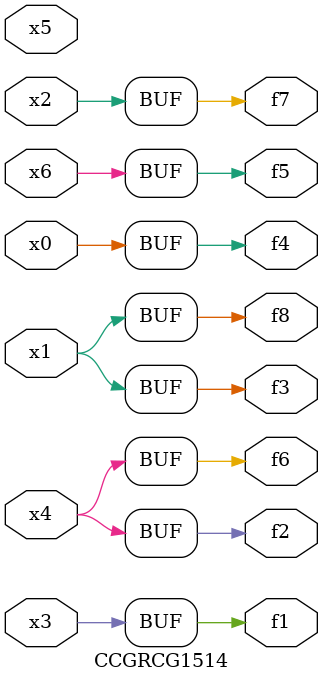
<source format=v>
module CCGRCG1514(
	input x0, x1, x2, x3, x4, x5, x6,
	output f1, f2, f3, f4, f5, f6, f7, f8
);
	assign f1 = x3;
	assign f2 = x4;
	assign f3 = x1;
	assign f4 = x0;
	assign f5 = x6;
	assign f6 = x4;
	assign f7 = x2;
	assign f8 = x1;
endmodule

</source>
